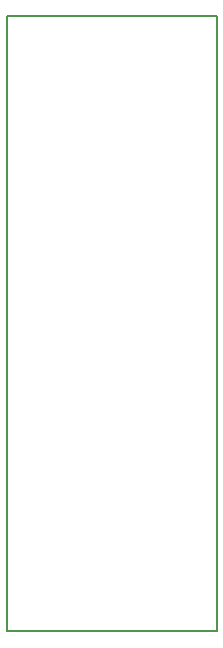
<source format=gbr>
G04 #@! TF.GenerationSoftware,KiCad,Pcbnew,(7.0.0)*
G04 #@! TF.CreationDate,2023-04-22T14:52:30+07:00*
G04 #@! TF.ProjectId,sparkfun-nrf52832-breakout,73706172-6b66-4756-9e2d-6e7266353238,rev?*
G04 #@! TF.SameCoordinates,Original*
G04 #@! TF.FileFunction,Profile,NP*
%FSLAX46Y46*%
G04 Gerber Fmt 4.6, Leading zero omitted, Abs format (unit mm)*
G04 Created by KiCad (PCBNEW (7.0.0)) date 2023-04-22 14:52:30*
%MOMM*%
%LPD*%
G01*
G04 APERTURE LIST*
G04 #@! TA.AperFunction,Profile*
%ADD10C,0.203200*%
G04 #@! TD*
G04 APERTURE END LIST*
D10*
X139611100Y-131038600D02*
X139611100Y-78968600D01*
X139611100Y-78968600D02*
X157391100Y-78968600D01*
X157391100Y-78968600D02*
X157391100Y-131038600D01*
X157391100Y-131038600D02*
X139611100Y-131038600D01*
M02*

</source>
